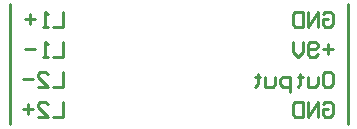
<source format=gbo>
G04 Layer_Color=32896*
%FSLAX24Y24*%
%MOIN*%
G70*
G01*
G75*
%ADD22C,0.0100*%
D22*
X13000Y500D02*
Y4500D01*
X1750Y500D02*
Y4500D01*
X12167Y4167D02*
X12250Y4250D01*
X12417D01*
X12500Y4167D01*
Y3833D01*
X12417Y3750D01*
X12250D01*
X12167Y3833D01*
Y4000D01*
X12333D01*
X12000Y3750D02*
Y4250D01*
X11667Y3750D01*
Y4250D01*
X11500D02*
Y3750D01*
X11250D01*
X11167Y3833D01*
Y4167D01*
X11250Y4250D01*
X11500D01*
X12167Y1167D02*
X12250Y1250D01*
X12417D01*
X12500Y1167D01*
Y833D01*
X12417Y750D01*
X12250D01*
X12167Y833D01*
Y1000D01*
X12333D01*
X12000Y750D02*
Y1250D01*
X11667Y750D01*
Y1250D01*
X11500D02*
Y750D01*
X11250D01*
X11167Y833D01*
Y1167D01*
X11250Y1250D01*
X11500D01*
X12250Y2250D02*
X12417D01*
X12500Y2167D01*
Y1833D01*
X12417Y1750D01*
X12250D01*
X12167Y1833D01*
Y2167D01*
X12250Y2250D01*
X12000Y2083D02*
Y1833D01*
X11917Y1750D01*
X11667D01*
Y2083D01*
X11417Y2167D02*
Y2083D01*
X11500D01*
X11334D01*
X11417D01*
Y1833D01*
X11334Y1750D01*
X11084Y1583D02*
Y2083D01*
X10834D01*
X10751Y2000D01*
Y1833D01*
X10834Y1750D01*
X11084D01*
X10584Y2083D02*
Y1833D01*
X10501Y1750D01*
X10251D01*
Y2083D01*
X10001Y2167D02*
Y2083D01*
X10084D01*
X9918D01*
X10001D01*
Y1833D01*
X9918Y1750D01*
X12500Y3000D02*
X12167D01*
X12333Y3167D02*
Y2833D01*
X12000D02*
X11917Y2750D01*
X11750D01*
X11667Y2833D01*
Y3167D01*
X11750Y3250D01*
X11917D01*
X12000Y3167D01*
Y3083D01*
X11917Y3000D01*
X11667D01*
X11500Y3250D02*
Y2917D01*
X11334Y2750D01*
X11167Y2917D01*
Y3250D01*
X3500Y1250D02*
Y750D01*
X3167D01*
X2667D02*
X3000D01*
X2667Y1083D01*
Y1167D01*
X2750Y1250D01*
X2917D01*
X3000Y1167D01*
X2500Y1000D02*
X2167D01*
X2334Y1167D02*
Y833D01*
X3500Y2250D02*
Y1750D01*
X3167D01*
X2667D02*
X3000D01*
X2667Y2083D01*
Y2167D01*
X2750Y2250D01*
X2917D01*
X3000Y2167D01*
X2500Y2000D02*
X2167D01*
X3500Y3250D02*
Y2750D01*
X3167D01*
X3000D02*
X2834D01*
X2917D01*
Y3250D01*
X3000Y3167D01*
X2584Y3000D02*
X2250D01*
X3500Y4250D02*
Y3750D01*
X3167D01*
X3000D02*
X2834D01*
X2917D01*
Y4250D01*
X3000Y4167D01*
X2584Y4000D02*
X2250D01*
X2417Y4167D02*
Y3833D01*
M02*

</source>
